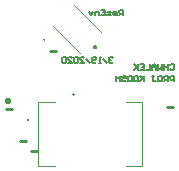
<source format=gbo>
%FSTAX23Y23*%
%MOIN*%
%SFA1B1*%

%IPPOS*%
%ADD10C,0.009840*%
%ADD11C,0.007870*%
%ADD12C,0.003940*%
%ADD13C,0.010000*%
%ADD46C,0.006000*%
%LNlogger_layout_v2_5mil-1*%
%LPD*%
G54D10*
X00039Y00277D02*
D01*
X00039Y00278*
X00039Y00278*
X00039Y00278*
X00039Y00279*
X00039Y00279*
X00039Y00279*
X00038Y0028*
X00038Y0028*
X00038Y0028*
X00038Y00281*
X00038Y00281*
X00037Y00281*
X00037Y00281*
X00037Y00281*
X00036Y00282*
X00036Y00282*
X00036Y00282*
X00036Y00282*
X00035Y00282*
X00035Y00282*
X00035Y00282*
X00034Y00282*
X00034*
X00034Y00282*
X00033Y00282*
X00033Y00282*
X00033Y00282*
X00032Y00282*
X00032Y00282*
X00032Y00282*
X00031Y00281*
X00031Y00281*
X00031Y00281*
X0003Y00281*
X0003Y00281*
X0003Y0028*
X0003Y0028*
X0003Y0028*
X0003Y00279*
X00029Y00279*
X00029Y00279*
X00029Y00278*
X00029Y00278*
X00029Y00278*
X00029Y00277*
X00029Y00277*
X00029Y00277*
X00029Y00276*
X00029Y00276*
X00029Y00276*
X0003Y00275*
X0003Y00275*
X0003Y00275*
X0003Y00274*
X0003Y00274*
X0003Y00274*
X00031Y00274*
X00031Y00273*
X00031Y00273*
X00032Y00273*
X00032Y00273*
X00032Y00273*
X00033Y00273*
X00033Y00273*
X00033Y00272*
X00034Y00272*
X00034Y00272*
X00034*
X00035Y00272*
X00035Y00272*
X00035Y00273*
X00036Y00273*
X00036Y00273*
X00036Y00273*
X00036Y00273*
X00037Y00273*
X00037Y00273*
X00037Y00274*
X00038Y00274*
X00038Y00274*
X00038Y00274*
X00038Y00275*
X00038Y00275*
X00039Y00275*
X00039Y00276*
X00039Y00276*
X00039Y00276*
X00039Y00277*
X00039Y00277*
X00039Y00277*
G54D11*
X00329Y00458D02*
D01*
X00328Y00458*
X00328Y00458*
X00328Y00458*
X00328Y00458*
X00327Y00459*
X00327Y00459*
X00327Y00459*
X00327Y00459*
X00326Y00459*
X00326Y00459*
X00326Y00459*
X00326Y00459*
X00325Y00459*
X00325Y00459*
X00325Y00459*
X00324Y00459*
X00324Y00459*
X00324Y00458*
X00324Y00458*
X00323Y00458*
X00323Y00458*
X00323Y00458*
X00323Y00458*
X00323Y00457*
X00323Y00457*
X00322Y00457*
X00322Y00457*
X00322Y00456*
X00322Y00456*
X00322Y00456*
X00322Y00456*
X00322Y00455*
X00322Y00455*
X00322Y00455*
X00322Y00455*
X00322Y00454*
X00322Y00454*
X00322Y00454*
X00322Y00454*
X00322Y00453*
X00322Y00453*
X00322Y00453*
X00323Y00453*
X00323Y00452*
X00323Y00452*
D01*
X00323Y00452*
X00323Y00452*
X00324Y00452*
X00324Y00452*
X00324Y00451*
X00324Y00451*
X00325Y00451*
X00325Y00451*
X00325Y00451*
X00325Y00451*
X00326Y00451*
X00326Y00451*
X00326Y00451*
X00326Y00451*
X00327Y00451*
X00327Y00451*
X00327Y00451*
X00328Y00451*
X00328Y00452*
X00328Y00452*
X00328Y00452*
X00328Y00452*
X00329Y00452*
X00329Y00452*
X00329Y00453*
X00329Y00453*
X00329Y00453*
X00329Y00453*
X00329Y00454*
X0033Y00454*
X0033Y00454*
X0033Y00454*
X0033Y00455*
X0033Y00455*
X0033Y00455*
X0033Y00456*
X0033Y00456*
X00329Y00456*
X00329Y00456*
X00329Y00457*
X00329Y00457*
X00329Y00457*
X00329Y00457*
X00329Y00458*
X00329Y00458*
G54D12*
X00157Y00482D02*
D01*
X00157Y00482*
X00157Y00482*
X00157Y00482*
X00157Y00483*
X00157Y00483*
X00157Y00483*
X00157Y00483*
X00156Y00483*
X00156Y00483*
X00156Y00483*
X00156Y00483*
X00156Y00484*
X00156Y00484*
X00156Y00484*
X00156Y00484*
X00156Y00484*
X00156Y00484*
X00155Y00484*
X00155Y00484*
X00155Y00484*
X00155Y00484*
X00155Y00484*
X00155*
X00155Y00484*
X00154Y00484*
X00154Y00484*
X00154Y00484*
X00154Y00484*
X00154Y00484*
X00154Y00484*
X00154Y00484*
X00154Y00484*
X00153Y00484*
X00153Y00483*
X00153Y00483*
X00153Y00483*
X00153Y00483*
X00153Y00483*
X00153Y00483*
X00153Y00483*
X00153Y00483*
X00153Y00482*
X00153Y00482*
X00153Y00482*
X00153Y00482*
D01*
X00153Y00482*
X00153Y00482*
X00153Y00482*
X00153Y00482*
X00153Y00481*
X00153Y00481*
X00153Y00481*
X00153Y00481*
X00153Y00481*
X00153Y00481*
X00153Y00481*
X00153Y00481*
X00154Y00481*
X00154Y0048*
X00154Y0048*
X00154Y0048*
X00154Y0048*
X00154Y0048*
X00154Y0048*
X00154Y0048*
X00155Y0048*
X00155Y0048*
X00155*
X00155Y0048*
X00155Y0048*
X00155Y0048*
X00155Y0048*
X00156Y0048*
X00156Y0048*
X00156Y0048*
X00156Y0048*
X00156Y00481*
X00156Y00481*
X00156Y00481*
X00156Y00481*
X00156Y00481*
X00156Y00481*
X00157Y00481*
X00157Y00481*
X00157Y00481*
X00157Y00482*
X00157Y00482*
X00157Y00482*
X00157Y00482*
X00157Y00482*
X00099Y00214D02*
D01*
X00099Y00214*
X00099Y00214*
X00099Y00214*
X00099Y00214*
X00099Y00214*
X00099Y00213*
X00099Y00213*
X00099Y00213*
X00099Y00213*
X00099Y00213*
X00099Y00213*
X00099Y00213*
X00099Y00213*
X00099Y00213*
X00099Y00213*
X001Y00212*
X001Y00212*
X001Y00212*
X001Y00212*
X001Y00212*
X001Y00212*
X001Y00212*
X00101*
X00101Y00212*
X00101Y00212*
X00101Y00212*
X00101Y00212*
X00101Y00212*
X00101Y00212*
X00101Y00213*
X00102Y00213*
X00102Y00213*
X00102Y00213*
X00102Y00213*
X00102Y00213*
X00102Y00213*
X00102Y00213*
X00102Y00213*
X00102Y00213*
X00102Y00214*
X00102Y00214*
X00102Y00214*
X00102Y00214*
X00102Y00214*
X00102Y00214*
D01*
X00102Y00214*
X00102Y00214*
X00102Y00215*
X00102Y00215*
X00102Y00215*
X00102Y00215*
X00102Y00215*
X00102Y00215*
X00102Y00215*
X00102Y00215*
X00102Y00216*
X00102Y00216*
X00102Y00216*
X00102Y00216*
X00101Y00216*
X00101Y00216*
X00101Y00216*
X00101Y00216*
X00101Y00216*
X00101Y00216*
X00101Y00216*
X00101Y00216*
X001*
X001Y00216*
X001Y00216*
X001Y00216*
X001Y00216*
X001Y00216*
X001Y00216*
X00099Y00216*
X00099Y00216*
X00099Y00216*
X00099Y00216*
X00099Y00216*
X00099Y00215*
X00099Y00215*
X00099Y00215*
X00099Y00215*
X00099Y00215*
X00099Y00215*
X00099Y00215*
X00099Y00215*
X00099Y00214*
X00099Y00214*
X00099Y00214*
X00136Y00058D02*
X00191D01*
X00136D02*
Y00271D01*
X00191*
X00428Y00058D02*
X00483D01*
Y00271*
X00428D02*
X00483D01*
X00255Y00596D02*
X00344Y00506D01*
X00185Y00526D02*
X00274Y00437D01*
G54D13*
X00251Y00299D02*
D01*
Y00299*
Y00299*
Y00299*
Y00299*
Y00299*
X00565Y00255D02*
X00585D01*
X00175Y00444D02*
X00195D01*
X00028Y00248D02*
X00048D01*
X00113Y00109D02*
X00133D01*
X00076Y00144D02*
X00096D01*
G54D46*
X00575Y00396D02*
X00579Y00399D01*
X00585*
X00589Y00396*
Y00382*
X00585Y00379*
X00579*
X00575Y00382*
X00569Y00399D02*
Y00379D01*
Y00389*
X00555*
Y00399*
Y00379*
X00549Y00399D02*
Y00379D01*
X00542Y00386*
X00535Y00379*
Y00399*
X00529Y00379D02*
Y00392D01*
X00522Y00399*
X00515Y00392*
Y00379*
Y00389*
X00529*
X00509Y00399D02*
Y00379D01*
X00495*
X00475Y00399D02*
X00489D01*
Y00379*
X00475*
X00489Y00389D02*
X00482D01*
X00469Y00399D02*
Y00379D01*
Y00386*
X00455Y00399*
X00465Y00389*
X00455Y00379*
X00589Y00341D02*
Y0036D01*
X00579*
X00575Y00357*
Y00351*
X00579Y00347*
X00589*
X00569Y00341D02*
Y0036D01*
X00559*
X00555Y00357*
Y00351*
X00559Y00347*
X00569*
X00562D02*
X00555Y00341D01*
X00539Y0036D02*
X00545D01*
X00549Y00357*
Y00344*
X00545Y00341*
X00539*
X00535Y00344*
Y00357*
X00539Y0036*
X00515D02*
X00522D01*
X00519*
Y00344*
X00522Y00341*
X00525*
X00529Y00344*
X00489Y0036D02*
Y00341D01*
Y00347*
X00475Y0036*
X00485Y00351*
X00475Y00341*
X00459Y0036D02*
X00465D01*
X00469Y00357*
Y00344*
X00465Y00341*
X00459*
X00455Y00344*
Y00357*
X00459Y0036*
X00439D02*
X00445D01*
X00449Y00357*
Y00344*
X00445Y00341*
X00439*
X00435Y00344*
Y00357*
X00439Y0036*
X00415Y00357D02*
X00419Y0036D01*
X00425*
X00429Y00357*
Y00354*
X00425Y00351*
X00419*
X00415Y00347*
Y00344*
X00419Y00341*
X00425*
X00429Y00344*
X00409Y0036D02*
Y00341D01*
Y00351*
X00395*
Y0036*
Y00341*
X00419Y00561D02*
Y0058D01*
X00409*
X00405Y00577*
Y00571*
X00409Y00567*
X00419*
X00412D02*
X00405Y00561D01*
X00389D02*
X00395D01*
X00399Y00564*
Y00571*
X00395Y00574*
X00389*
X00385Y00571*
Y00567*
X00399*
X00379Y00561D02*
X00369D01*
X00365Y00564*
X00369Y00567*
X00375*
X00379Y00571*
X00375Y00574*
X00365*
X00345Y0058D02*
X00359D01*
Y00561*
X00345*
X00359Y00571D02*
X00352D01*
X00339Y00561D02*
Y00574D01*
X00329*
X00325Y00571*
Y00561*
X00319Y00574D02*
X00312Y00561D01*
X00305Y00574*
X00386Y0042D02*
X00383Y00424D01*
X00376*
X00373Y0042*
Y00417*
X00376Y00414*
X00379*
X00376*
X00373Y0041*
Y00407*
X00376Y00404*
X00383*
X00386Y00407*
X00366Y00404D02*
X00353Y00417D01*
X00346Y00404D02*
X00339D01*
X00343*
Y00424*
X00346Y0042*
X00329Y00407D02*
X00326Y00404D01*
X00319*
X00316Y00407*
Y0042*
X00319Y00424*
X00326*
X00329Y0042*
Y00417*
X00326Y00414*
X00316*
X00309Y00404D02*
X00296Y00417D01*
X00276Y00404D02*
X00289D01*
X00276Y00417*
Y0042*
X00279Y00424*
X00286*
X00289Y0042*
X00269D02*
X00266Y00424D01*
X00259*
X00256Y0042*
Y00407*
X00259Y00404*
X00266*
X00269Y00407*
Y0042*
X00236Y00404D02*
X00249D01*
X00236Y00417*
Y0042*
X00239Y00424*
X00246*
X00249Y0042*
X00229D02*
X00226Y00424D01*
X00219*
X00216Y0042*
Y00407*
X00219Y00404*
X00226*
X00229Y00407*
Y0042*
M02*
</source>
